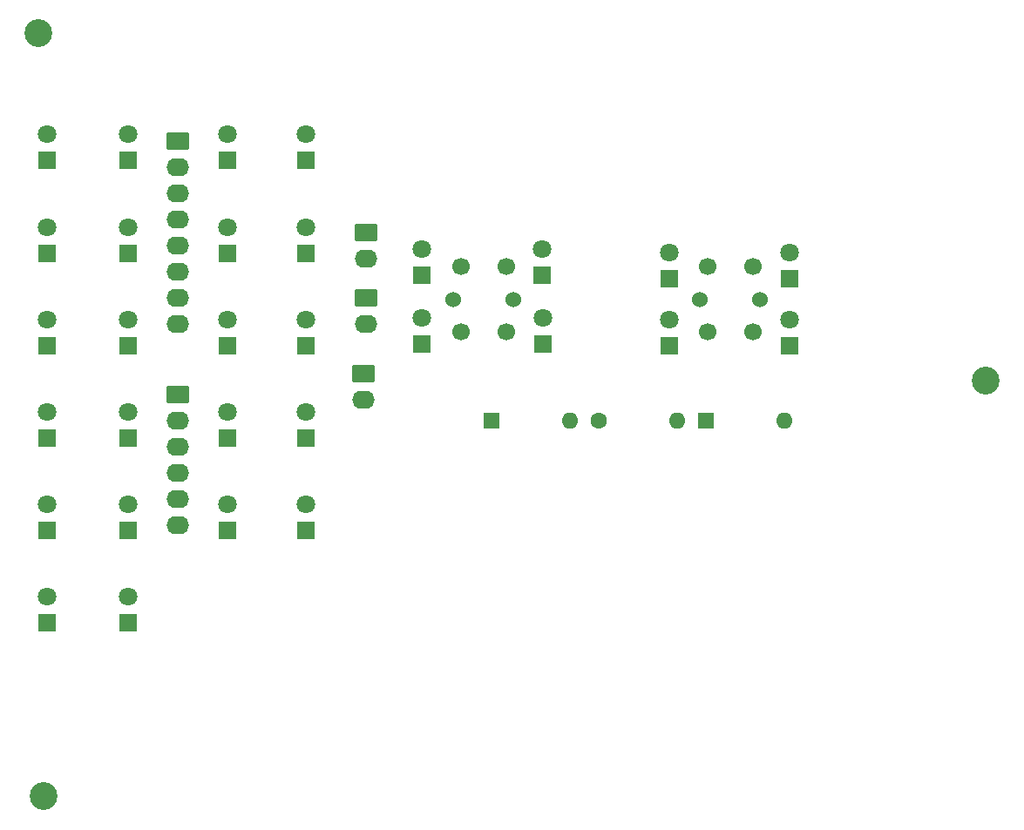
<source format=gbr>
G04 #@! TF.GenerationSoftware,KiCad,Pcbnew,(5.1.5-0-10_14)*
G04 #@! TF.CreationDate,2020-06-21T14:27:19+10:00*
G04 #@! TF.ProjectId,EWI_Right,4557495f-5269-4676-9874-2e6b69636164,-*
G04 #@! TF.SameCoordinates,Original*
G04 #@! TF.FileFunction,Soldermask,Top*
G04 #@! TF.FilePolarity,Negative*
%FSLAX46Y46*%
G04 Gerber Fmt 4.6, Leading zero omitted, Abs format (unit mm)*
G04 Created by KiCad (PCBNEW (5.1.5-0-10_14)) date 2020-06-21 14:27:19*
%MOMM*%
%LPD*%
G04 APERTURE LIST*
%ADD10C,1.800000*%
%ADD11R,1.800000X1.800000*%
%ADD12O,2.200000X1.740000*%
%ADD13C,0.100000*%
%ADD14O,1.600000X1.600000*%
%ADD15R,1.600000X1.600000*%
%ADD16C,1.600000*%
%ADD17C,1.524000*%
%ADD18C,1.700000*%
%ADD19C,2.700000*%
G04 APERTURE END LIST*
D10*
X147828000Y-74707200D03*
D11*
X147828000Y-77247200D03*
D12*
X170942000Y-57150000D03*
D13*
G36*
X171816505Y-53741204D02*
G01*
X171840773Y-53744804D01*
X171864572Y-53750765D01*
X171887671Y-53759030D01*
X171909850Y-53769520D01*
X171930893Y-53782132D01*
X171950599Y-53796747D01*
X171968777Y-53813223D01*
X171985253Y-53831401D01*
X171999868Y-53851107D01*
X172012480Y-53872150D01*
X172022970Y-53894329D01*
X172031235Y-53917428D01*
X172037196Y-53941227D01*
X172040796Y-53965495D01*
X172042000Y-53989999D01*
X172042000Y-55230001D01*
X172040796Y-55254505D01*
X172037196Y-55278773D01*
X172031235Y-55302572D01*
X172022970Y-55325671D01*
X172012480Y-55347850D01*
X171999868Y-55368893D01*
X171985253Y-55388599D01*
X171968777Y-55406777D01*
X171950599Y-55423253D01*
X171930893Y-55437868D01*
X171909850Y-55450480D01*
X171887671Y-55460970D01*
X171864572Y-55469235D01*
X171840773Y-55475196D01*
X171816505Y-55478796D01*
X171792001Y-55480000D01*
X170091999Y-55480000D01*
X170067495Y-55478796D01*
X170043227Y-55475196D01*
X170019428Y-55469235D01*
X169996329Y-55460970D01*
X169974150Y-55450480D01*
X169953107Y-55437868D01*
X169933401Y-55423253D01*
X169915223Y-55406777D01*
X169898747Y-55388599D01*
X169884132Y-55368893D01*
X169871520Y-55347850D01*
X169861030Y-55325671D01*
X169852765Y-55302572D01*
X169846804Y-55278773D01*
X169843204Y-55254505D01*
X169842000Y-55230001D01*
X169842000Y-53989999D01*
X169843204Y-53965495D01*
X169846804Y-53941227D01*
X169852765Y-53917428D01*
X169861030Y-53894329D01*
X169871520Y-53872150D01*
X169884132Y-53851107D01*
X169898747Y-53831401D01*
X169915223Y-53813223D01*
X169933401Y-53796747D01*
X169953107Y-53782132D01*
X169974150Y-53769520D01*
X169996329Y-53759030D01*
X170019428Y-53750765D01*
X170043227Y-53744804D01*
X170067495Y-53741204D01*
X170091999Y-53740000D01*
X171792001Y-53740000D01*
X171816505Y-53741204D01*
G37*
D12*
X170942000Y-50800000D03*
D13*
G36*
X171816505Y-47391204D02*
G01*
X171840773Y-47394804D01*
X171864572Y-47400765D01*
X171887671Y-47409030D01*
X171909850Y-47419520D01*
X171930893Y-47432132D01*
X171950599Y-47446747D01*
X171968777Y-47463223D01*
X171985253Y-47481401D01*
X171999868Y-47501107D01*
X172012480Y-47522150D01*
X172022970Y-47544329D01*
X172031235Y-47567428D01*
X172037196Y-47591227D01*
X172040796Y-47615495D01*
X172042000Y-47639999D01*
X172042000Y-48880001D01*
X172040796Y-48904505D01*
X172037196Y-48928773D01*
X172031235Y-48952572D01*
X172022970Y-48975671D01*
X172012480Y-48997850D01*
X171999868Y-49018893D01*
X171985253Y-49038599D01*
X171968777Y-49056777D01*
X171950599Y-49073253D01*
X171930893Y-49087868D01*
X171909850Y-49100480D01*
X171887671Y-49110970D01*
X171864572Y-49119235D01*
X171840773Y-49125196D01*
X171816505Y-49128796D01*
X171792001Y-49130000D01*
X170091999Y-49130000D01*
X170067495Y-49128796D01*
X170043227Y-49125196D01*
X170019428Y-49119235D01*
X169996329Y-49110970D01*
X169974150Y-49100480D01*
X169953107Y-49087868D01*
X169933401Y-49073253D01*
X169915223Y-49056777D01*
X169898747Y-49038599D01*
X169884132Y-49018893D01*
X169871520Y-48997850D01*
X169861030Y-48975671D01*
X169852765Y-48952572D01*
X169846804Y-48928773D01*
X169843204Y-48904505D01*
X169842000Y-48880001D01*
X169842000Y-47639999D01*
X169843204Y-47615495D01*
X169846804Y-47591227D01*
X169852765Y-47567428D01*
X169861030Y-47544329D01*
X169871520Y-47522150D01*
X169884132Y-47501107D01*
X169898747Y-47481401D01*
X169915223Y-47463223D01*
X169933401Y-47446747D01*
X169953107Y-47432132D01*
X169974150Y-47419520D01*
X169996329Y-47409030D01*
X170019428Y-47400765D01*
X170043227Y-47394804D01*
X170067495Y-47391204D01*
X170091999Y-47390000D01*
X171792001Y-47390000D01*
X171816505Y-47391204D01*
G37*
D12*
X152654000Y-57150000D03*
X152654000Y-54610000D03*
X152654000Y-52070000D03*
X152654000Y-49530000D03*
X152654000Y-46990000D03*
X152654000Y-44450000D03*
X152654000Y-41910000D03*
D13*
G36*
X153528505Y-38501204D02*
G01*
X153552773Y-38504804D01*
X153576572Y-38510765D01*
X153599671Y-38519030D01*
X153621850Y-38529520D01*
X153642893Y-38542132D01*
X153662599Y-38556747D01*
X153680777Y-38573223D01*
X153697253Y-38591401D01*
X153711868Y-38611107D01*
X153724480Y-38632150D01*
X153734970Y-38654329D01*
X153743235Y-38677428D01*
X153749196Y-38701227D01*
X153752796Y-38725495D01*
X153754000Y-38749999D01*
X153754000Y-39990001D01*
X153752796Y-40014505D01*
X153749196Y-40038773D01*
X153743235Y-40062572D01*
X153734970Y-40085671D01*
X153724480Y-40107850D01*
X153711868Y-40128893D01*
X153697253Y-40148599D01*
X153680777Y-40166777D01*
X153662599Y-40183253D01*
X153642893Y-40197868D01*
X153621850Y-40210480D01*
X153599671Y-40220970D01*
X153576572Y-40229235D01*
X153552773Y-40235196D01*
X153528505Y-40238796D01*
X153504001Y-40240000D01*
X151803999Y-40240000D01*
X151779495Y-40238796D01*
X151755227Y-40235196D01*
X151731428Y-40229235D01*
X151708329Y-40220970D01*
X151686150Y-40210480D01*
X151665107Y-40197868D01*
X151645401Y-40183253D01*
X151627223Y-40166777D01*
X151610747Y-40148599D01*
X151596132Y-40128893D01*
X151583520Y-40107850D01*
X151573030Y-40085671D01*
X151564765Y-40062572D01*
X151558804Y-40038773D01*
X151555204Y-40014505D01*
X151554000Y-39990001D01*
X151554000Y-38749999D01*
X151555204Y-38725495D01*
X151558804Y-38701227D01*
X151564765Y-38677428D01*
X151573030Y-38654329D01*
X151583520Y-38632150D01*
X151596132Y-38611107D01*
X151610747Y-38591401D01*
X151627223Y-38573223D01*
X151645401Y-38556747D01*
X151665107Y-38542132D01*
X151686150Y-38529520D01*
X151708329Y-38519030D01*
X151731428Y-38510765D01*
X151755227Y-38504804D01*
X151779495Y-38501204D01*
X151803999Y-38500000D01*
X153504001Y-38500000D01*
X153528505Y-38501204D01*
G37*
D12*
X152654000Y-76708000D03*
X152654000Y-74168000D03*
X152654000Y-71628000D03*
X152654000Y-69088000D03*
X152654000Y-66548000D03*
D13*
G36*
X153528505Y-63139204D02*
G01*
X153552773Y-63142804D01*
X153576572Y-63148765D01*
X153599671Y-63157030D01*
X153621850Y-63167520D01*
X153642893Y-63180132D01*
X153662599Y-63194747D01*
X153680777Y-63211223D01*
X153697253Y-63229401D01*
X153711868Y-63249107D01*
X153724480Y-63270150D01*
X153734970Y-63292329D01*
X153743235Y-63315428D01*
X153749196Y-63339227D01*
X153752796Y-63363495D01*
X153754000Y-63387999D01*
X153754000Y-64628001D01*
X153752796Y-64652505D01*
X153749196Y-64676773D01*
X153743235Y-64700572D01*
X153734970Y-64723671D01*
X153724480Y-64745850D01*
X153711868Y-64766893D01*
X153697253Y-64786599D01*
X153680777Y-64804777D01*
X153662599Y-64821253D01*
X153642893Y-64835868D01*
X153621850Y-64848480D01*
X153599671Y-64858970D01*
X153576572Y-64867235D01*
X153552773Y-64873196D01*
X153528505Y-64876796D01*
X153504001Y-64878000D01*
X151803999Y-64878000D01*
X151779495Y-64876796D01*
X151755227Y-64873196D01*
X151731428Y-64867235D01*
X151708329Y-64858970D01*
X151686150Y-64848480D01*
X151665107Y-64835868D01*
X151645401Y-64821253D01*
X151627223Y-64804777D01*
X151610747Y-64786599D01*
X151596132Y-64766893D01*
X151583520Y-64745850D01*
X151573030Y-64723671D01*
X151564765Y-64700572D01*
X151558804Y-64676773D01*
X151555204Y-64652505D01*
X151554000Y-64628001D01*
X151554000Y-63387999D01*
X151555204Y-63363495D01*
X151558804Y-63339227D01*
X151564765Y-63315428D01*
X151573030Y-63292329D01*
X151583520Y-63270150D01*
X151596132Y-63249107D01*
X151610747Y-63229401D01*
X151627223Y-63211223D01*
X151645401Y-63194747D01*
X151665107Y-63180132D01*
X151686150Y-63167520D01*
X151708329Y-63157030D01*
X151731428Y-63148765D01*
X151755227Y-63142804D01*
X151779495Y-63139204D01*
X151803999Y-63138000D01*
X153504001Y-63138000D01*
X153528505Y-63139204D01*
G37*
D12*
X170688000Y-64516000D03*
D13*
G36*
X171562505Y-61107204D02*
G01*
X171586773Y-61110804D01*
X171610572Y-61116765D01*
X171633671Y-61125030D01*
X171655850Y-61135520D01*
X171676893Y-61148132D01*
X171696599Y-61162747D01*
X171714777Y-61179223D01*
X171731253Y-61197401D01*
X171745868Y-61217107D01*
X171758480Y-61238150D01*
X171768970Y-61260329D01*
X171777235Y-61283428D01*
X171783196Y-61307227D01*
X171786796Y-61331495D01*
X171788000Y-61355999D01*
X171788000Y-62596001D01*
X171786796Y-62620505D01*
X171783196Y-62644773D01*
X171777235Y-62668572D01*
X171768970Y-62691671D01*
X171758480Y-62713850D01*
X171745868Y-62734893D01*
X171731253Y-62754599D01*
X171714777Y-62772777D01*
X171696599Y-62789253D01*
X171676893Y-62803868D01*
X171655850Y-62816480D01*
X171633671Y-62826970D01*
X171610572Y-62835235D01*
X171586773Y-62841196D01*
X171562505Y-62844796D01*
X171538001Y-62846000D01*
X169837999Y-62846000D01*
X169813495Y-62844796D01*
X169789227Y-62841196D01*
X169765428Y-62835235D01*
X169742329Y-62826970D01*
X169720150Y-62816480D01*
X169699107Y-62803868D01*
X169679401Y-62789253D01*
X169661223Y-62772777D01*
X169644747Y-62754599D01*
X169630132Y-62734893D01*
X169617520Y-62713850D01*
X169607030Y-62691671D01*
X169598765Y-62668572D01*
X169592804Y-62644773D01*
X169589204Y-62620505D01*
X169588000Y-62596001D01*
X169588000Y-61355999D01*
X169589204Y-61331495D01*
X169592804Y-61307227D01*
X169598765Y-61283428D01*
X169607030Y-61260329D01*
X169617520Y-61238150D01*
X169630132Y-61217107D01*
X169644747Y-61197401D01*
X169661223Y-61179223D01*
X169679401Y-61162747D01*
X169699107Y-61148132D01*
X169720150Y-61135520D01*
X169742329Y-61125030D01*
X169765428Y-61116765D01*
X169789227Y-61110804D01*
X169813495Y-61107204D01*
X169837999Y-61106000D01*
X171538001Y-61106000D01*
X171562505Y-61107204D01*
G37*
D14*
X211582000Y-66548000D03*
D15*
X203962000Y-66548000D03*
D14*
X190754000Y-66548000D03*
D15*
X183134000Y-66548000D03*
D14*
X201168000Y-66548000D03*
D16*
X193548000Y-66548000D03*
D17*
X179419000Y-54807200D03*
X185210000Y-54767200D03*
D18*
X180130000Y-57942200D03*
X180130000Y-51592200D03*
X184575000Y-57942200D03*
X184575000Y-51592200D03*
D17*
X203399000Y-54807200D03*
X209190000Y-54767200D03*
D18*
X204110000Y-57942200D03*
X204110000Y-51592200D03*
X208555000Y-57942200D03*
X208555000Y-51592200D03*
D10*
X212110000Y-56750000D03*
D11*
X212110000Y-59290000D03*
D10*
X212080000Y-50220000D03*
D11*
X212080000Y-52760000D03*
D10*
X200406000Y-56770000D03*
D11*
X200406000Y-59310000D03*
D10*
X200406000Y-50220000D03*
D11*
X200406000Y-52760000D03*
D10*
X188090000Y-56530000D03*
D11*
X188090000Y-59070000D03*
D10*
X188000000Y-49890000D03*
D11*
X188000000Y-52430000D03*
D10*
X176320000Y-56530000D03*
D11*
X176320000Y-59070000D03*
D10*
X176380000Y-49890000D03*
D11*
X176380000Y-52430000D03*
D10*
X165100000Y-74707200D03*
D11*
X165100000Y-77247200D03*
D10*
X165100000Y-65717200D03*
D11*
X165100000Y-68257200D03*
D10*
X165100000Y-56727200D03*
D11*
X165100000Y-59267200D03*
D10*
X165100000Y-47737200D03*
D11*
X165100000Y-50277200D03*
D10*
X165100000Y-38737200D03*
D11*
X165100000Y-41277200D03*
D10*
X157480000Y-74707200D03*
D11*
X157480000Y-77247200D03*
D10*
X157480000Y-65717200D03*
D11*
X157480000Y-68257200D03*
D10*
X157480000Y-56727200D03*
D11*
X157480000Y-59267200D03*
D10*
X157480000Y-47737200D03*
D11*
X157480000Y-50277200D03*
D10*
X157480000Y-38737200D03*
D11*
X157480000Y-41277200D03*
D10*
X147828000Y-83697200D03*
D11*
X147828000Y-86237200D03*
D10*
X147828000Y-65717200D03*
D11*
X147828000Y-68257200D03*
D10*
X147828000Y-56727200D03*
D11*
X147828000Y-59267200D03*
D10*
X147828000Y-47737200D03*
D11*
X147828000Y-50277200D03*
D10*
X147828000Y-38737200D03*
D11*
X147828000Y-41277200D03*
D10*
X139954000Y-83697200D03*
D11*
X139954000Y-86237200D03*
D10*
X139954000Y-74707200D03*
D11*
X139954000Y-77247200D03*
D10*
X139954000Y-65717200D03*
D11*
X139954000Y-68257200D03*
D10*
X139954000Y-56727200D03*
D11*
X139954000Y-59267200D03*
D10*
X139954000Y-47737200D03*
D11*
X139954000Y-50277200D03*
D10*
X139954000Y-38737200D03*
D11*
X139954000Y-41277200D03*
D19*
X139096000Y-28908300D03*
X139596000Y-103078000D03*
X231166000Y-62668300D03*
M02*

</source>
